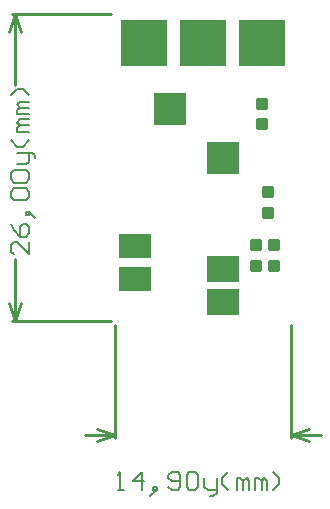
<source format=gtp>
%FSLAX42Y42*%
%MOMM*%
G71*
G01*
G75*
G04 Layer_Color=8421504*
%ADD10R,2.80X2.20*%
%ADD11R,2.80X2.80*%
%ADD12R,2.80X2.00*%
G04:AMPARAMS|DCode=13|XSize=1mm|YSize=1.1mm|CornerRadius=0.25mm|HoleSize=0mm|Usage=FLASHONLY|Rotation=270.000|XOffset=0mm|YOffset=0mm|HoleType=Round|Shape=RoundedRectangle|*
%AMROUNDEDRECTD13*
21,1,1.00,0.60,0,0,270.0*
21,1,0.50,1.10,0,0,270.0*
1,1,0.50,-0.30,-0.25*
1,1,0.50,-0.30,0.25*
1,1,0.50,0.30,0.25*
1,1,0.50,0.30,-0.25*
%
%ADD13ROUNDEDRECTD13*%
%ADD14R,4.00X4.00*%
%ADD15C,0.50*%
%ADD16C,0.25*%
%ADD17C,0.15*%
%ADD18C,0.13*%
%ADD19C,0.05*%
%ADD20C,0.20*%
D10*
X5820Y8060D02*
D03*
Y8340D02*
D03*
D11*
Y9280D02*
D03*
X5375Y9690D02*
D03*
D12*
X5080Y8250D02*
D03*
Y8530D02*
D03*
D13*
X6150Y9738D02*
D03*
Y9562D02*
D03*
X6200Y8988D02*
D03*
Y8812D02*
D03*
X6250Y8538D02*
D03*
Y8362D02*
D03*
X6100Y8362D02*
D03*
Y8538D02*
D03*
D14*
X6150Y10250D02*
D03*
X5650D02*
D03*
X5150D02*
D03*
D16*
X6400Y6909D02*
Y7860D01*
X4910Y6909D02*
Y7860D01*
X4656Y6934D02*
X4910D01*
X6400D02*
X6654D01*
X4758Y6985D02*
X4910Y6934D01*
X4758Y6883D02*
X4910Y6934D01*
X6400D02*
X6552Y6883D01*
X6400Y6934D02*
X6552Y6985D01*
X4039Y10500D02*
X4870D01*
X4039Y7900D02*
X4870D01*
X4064Y9898D02*
Y10500D01*
Y7900D02*
Y8420D01*
X4013Y10348D02*
X4064Y10500D01*
X4115Y10348D01*
X4064Y7900D02*
X4115Y8052D01*
X4013D02*
X4064Y7900D01*
D17*
X4929Y6467D02*
X4980D01*
X4954D01*
Y6619D01*
X4929Y6594D01*
X5132Y6467D02*
Y6619D01*
X5056Y6543D01*
X5157D01*
X5233Y6442D02*
X5259Y6467D01*
Y6492D01*
X5233D01*
Y6467D01*
X5259D01*
X5233Y6442D01*
X5208Y6416D01*
X5360Y6492D02*
X5386Y6467D01*
X5437D01*
X5462Y6492D01*
Y6594D01*
X5437Y6619D01*
X5386D01*
X5360Y6594D01*
Y6569D01*
X5386Y6543D01*
X5462D01*
X5513Y6594D02*
X5538Y6619D01*
X5589D01*
X5614Y6594D01*
Y6492D01*
X5589Y6467D01*
X5538D01*
X5513Y6492D01*
Y6594D01*
X5665Y6569D02*
Y6492D01*
X5691Y6467D01*
X5767D01*
Y6442D01*
X5741Y6416D01*
X5716D01*
X5767Y6467D02*
Y6569D01*
X5868Y6467D02*
X5817Y6518D01*
Y6569D01*
X5868Y6619D01*
X5944Y6467D02*
Y6569D01*
X5970D01*
X5995Y6543D01*
Y6467D01*
Y6543D01*
X6021Y6569D01*
X6046Y6543D01*
Y6467D01*
X6097D02*
Y6569D01*
X6122D01*
X6148Y6543D01*
Y6467D01*
Y6543D01*
X6173Y6569D01*
X6198Y6543D01*
Y6467D01*
X6249D02*
X6300Y6518D01*
Y6569D01*
X6249Y6619D01*
X4181Y8563D02*
Y8461D01*
X4079Y8563D01*
X4054D01*
X4028Y8537D01*
Y8486D01*
X4054Y8461D01*
X4028Y8715D02*
X4054Y8664D01*
X4105Y8613D01*
X4155D01*
X4181Y8639D01*
Y8690D01*
X4155Y8715D01*
X4130D01*
X4105Y8690D01*
Y8613D01*
X4206Y8791D02*
X4181Y8817D01*
X4155D01*
Y8791D01*
X4181D01*
Y8817D01*
X4206Y8791D01*
X4232Y8766D01*
X4054Y8918D02*
X4028Y8944D01*
Y8994D01*
X4054Y9020D01*
X4155D01*
X4181Y8994D01*
Y8944D01*
X4155Y8918D01*
X4054D01*
Y9070D02*
X4028Y9096D01*
Y9147D01*
X4054Y9172D01*
X4155D01*
X4181Y9147D01*
Y9096D01*
X4155Y9070D01*
X4054D01*
X4079Y9223D02*
X4155D01*
X4181Y9248D01*
Y9324D01*
X4206D01*
X4232Y9299D01*
Y9274D01*
X4181Y9324D02*
X4079D01*
X4181Y9426D02*
X4130Y9375D01*
X4079D01*
X4028Y9426D01*
X4181Y9502D02*
X4079D01*
Y9528D01*
X4105Y9553D01*
X4181D01*
X4105D01*
X4079Y9578D01*
X4105Y9604D01*
X4181D01*
Y9654D02*
X4079D01*
Y9680D01*
X4105Y9705D01*
X4181D01*
X4105D01*
X4079Y9731D01*
X4105Y9756D01*
X4181D01*
Y9807D02*
X4130Y9858D01*
X4079D01*
X4028Y9807D01*
M02*

</source>
